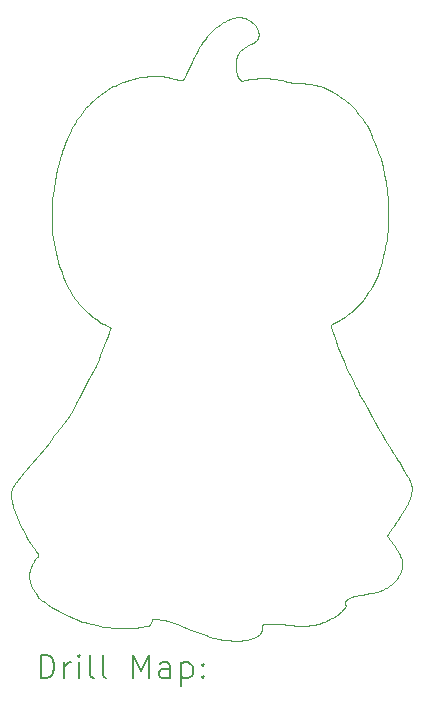
<source format=gbr>
%TF.GenerationSoftware,KiCad,Pcbnew,9.0.2*%
%TF.CreationDate,2025-10-05T19:09:34-07:00*%
%TF.ProjectId,PumpkinPCB,50756d70-6b69-46e5-9043-422e6b696361,rev?*%
%TF.SameCoordinates,Original*%
%TF.FileFunction,Drillmap*%
%TF.FilePolarity,Positive*%
%FSLAX45Y45*%
G04 Gerber Fmt 4.5, Leading zero omitted, Abs format (unit mm)*
G04 Created by KiCad (PCBNEW 9.0.2) date 2025-10-05 19:09:34*
%MOMM*%
%LPD*%
G01*
G04 APERTURE LIST*
%ADD10C,0.126999*%
%ADD11C,0.200000*%
G04 APERTURE END LIST*
D10*
X14603775Y-7254050D02*
X14615881Y-7254376D01*
X14621002Y-7254580D01*
X14625605Y-7254833D01*
X14629767Y-7255150D01*
X14633564Y-7255547D01*
X14637075Y-7256041D01*
X14640375Y-7256647D01*
X14643542Y-7257382D01*
X14646652Y-7258260D01*
X14649784Y-7259299D01*
X14653013Y-7260514D01*
X14656418Y-7261921D01*
X14660074Y-7263536D01*
X14668450Y-7267454D01*
X14678275Y-7272516D01*
X14687750Y-7278131D01*
X14696842Y-7284258D01*
X14705519Y-7290855D01*
X14713747Y-7297880D01*
X14721494Y-7305291D01*
X14728726Y-7313046D01*
X14735413Y-7321104D01*
X14741519Y-7329422D01*
X14747014Y-7337958D01*
X14751863Y-7346671D01*
X14756034Y-7355519D01*
X14759495Y-7364459D01*
X14762213Y-7373450D01*
X14764155Y-7382450D01*
X14764824Y-7386940D01*
X14765287Y-7391417D01*
X14765548Y-7394892D01*
X14765741Y-7398072D01*
X14765859Y-7400994D01*
X14765894Y-7403699D01*
X14765840Y-7406223D01*
X14765687Y-7408606D01*
X14765430Y-7410887D01*
X14765059Y-7413104D01*
X14764568Y-7415296D01*
X14763950Y-7417501D01*
X14763195Y-7419758D01*
X14762298Y-7422106D01*
X14761250Y-7424583D01*
X14760044Y-7427228D01*
X14758673Y-7430080D01*
X14757128Y-7433176D01*
X14754916Y-7437374D01*
X14752654Y-7441271D01*
X14750277Y-7444917D01*
X14747721Y-7448360D01*
X14744919Y-7451651D01*
X14741806Y-7454837D01*
X14738319Y-7457967D01*
X14734391Y-7461092D01*
X14729957Y-7464259D01*
X14724952Y-7467518D01*
X14719312Y-7470918D01*
X14712970Y-7474508D01*
X14705863Y-7478337D01*
X14697924Y-7482454D01*
X14679292Y-7491748D01*
X14669937Y-7496428D01*
X14661270Y-7500966D01*
X14653251Y-7505397D01*
X14645841Y-7509754D01*
X14639002Y-7514071D01*
X14632692Y-7518384D01*
X14626874Y-7522724D01*
X14621507Y-7527128D01*
X14616553Y-7531628D01*
X14611972Y-7536258D01*
X14607724Y-7541054D01*
X14603770Y-7546047D01*
X14600070Y-7551274D01*
X14596586Y-7556767D01*
X14593278Y-7562561D01*
X14590107Y-7568690D01*
X14586530Y-7576175D01*
X14584972Y-7579666D01*
X14583555Y-7583035D01*
X14582269Y-7586321D01*
X14581102Y-7589558D01*
X14580047Y-7592782D01*
X14579091Y-7596030D01*
X14578226Y-7599338D01*
X14577441Y-7602741D01*
X14576726Y-7606276D01*
X14576071Y-7609978D01*
X14574901Y-7618029D01*
X14573851Y-7627183D01*
X14573179Y-7634733D01*
X14572703Y-7642435D01*
X14572418Y-7650246D01*
X14572321Y-7658123D01*
X14572408Y-7666025D01*
X14572675Y-7673907D01*
X14573118Y-7681729D01*
X14573734Y-7689447D01*
X14574517Y-7697019D01*
X14575466Y-7704402D01*
X14576575Y-7711555D01*
X14577840Y-7718434D01*
X14579258Y-7724996D01*
X14580826Y-7731200D01*
X14582538Y-7737003D01*
X14584392Y-7742362D01*
X14586241Y-7747051D01*
X14588240Y-7751663D01*
X14590363Y-7756167D01*
X14592591Y-7760532D01*
X14594899Y-7764727D01*
X14597266Y-7768720D01*
X14599669Y-7772481D01*
X14602086Y-7775978D01*
X14604494Y-7779180D01*
X14606871Y-7782056D01*
X14608041Y-7783363D01*
X14609195Y-7784576D01*
X14610329Y-7785691D01*
X14611442Y-7786706D01*
X14612530Y-7787617D01*
X14613591Y-7788418D01*
X14614621Y-7789107D01*
X14615618Y-7789679D01*
X14616580Y-7790131D01*
X14617503Y-7790459D01*
X14618384Y-7790658D01*
X14619221Y-7790726D01*
X14621160Y-7790587D01*
X14624116Y-7790189D01*
X14627942Y-7789561D01*
X14632491Y-7788729D01*
X14643173Y-7786569D01*
X14654988Y-7783929D01*
X14670899Y-7780525D01*
X14687445Y-7777610D01*
X14704741Y-7775173D01*
X14722905Y-7773203D01*
X14742053Y-7771690D01*
X14762300Y-7770623D01*
X14783765Y-7769990D01*
X14806562Y-7769782D01*
X14829956Y-7770073D01*
X14852007Y-7770996D01*
X14873283Y-7772628D01*
X14894349Y-7775043D01*
X14915772Y-7778319D01*
X14938117Y-7782530D01*
X14961950Y-7787753D01*
X14987839Y-7794062D01*
X15004233Y-7798150D01*
X15018018Y-7801344D01*
X15030214Y-7803781D01*
X15036035Y-7804757D01*
X15041842Y-7805594D01*
X15053920Y-7806921D01*
X15067469Y-7807895D01*
X15083509Y-7808652D01*
X15103060Y-7809328D01*
X15126117Y-7810325D01*
X15148444Y-7811857D01*
X15170099Y-7813939D01*
X15191143Y-7816590D01*
X15211635Y-7819826D01*
X15231636Y-7823664D01*
X15251204Y-7828121D01*
X15270400Y-7833215D01*
X15289284Y-7838961D01*
X15307915Y-7845379D01*
X15326353Y-7852483D01*
X15344659Y-7860292D01*
X15362892Y-7868823D01*
X15381111Y-7878092D01*
X15399377Y-7888116D01*
X15417750Y-7898914D01*
X15437181Y-7911153D01*
X15456302Y-7924104D01*
X15475094Y-7937747D01*
X15493535Y-7952062D01*
X15511606Y-7967027D01*
X15529288Y-7982623D01*
X15546560Y-7998829D01*
X15563403Y-8015624D01*
X15579796Y-8032988D01*
X15595720Y-8050900D01*
X15611154Y-8069340D01*
X15626079Y-8088287D01*
X15640476Y-8107721D01*
X15654323Y-8127621D01*
X15667601Y-8147967D01*
X15680291Y-8168738D01*
X15689509Y-8184578D01*
X15697542Y-8198884D01*
X15704462Y-8211806D01*
X15710340Y-8223490D01*
X15712910Y-8228915D01*
X15715246Y-8234085D01*
X15717358Y-8239021D01*
X15719253Y-8243740D01*
X15720941Y-8248260D01*
X15722431Y-8252601D01*
X15723732Y-8256781D01*
X15724852Y-8260818D01*
X15726045Y-8264988D01*
X15727572Y-8269698D01*
X15729368Y-8274787D01*
X15731372Y-8280093D01*
X15733520Y-8285454D01*
X15735750Y-8290709D01*
X15737999Y-8295695D01*
X15740203Y-8300251D01*
X15750578Y-8321963D01*
X15760726Y-8345509D01*
X15770613Y-8370748D01*
X15780204Y-8397541D01*
X15798363Y-8455230D01*
X15814930Y-8517460D01*
X15829633Y-8583114D01*
X15842198Y-8651076D01*
X15852351Y-8720228D01*
X15859821Y-8789454D01*
X15861434Y-8815414D01*
X15862530Y-8848759D01*
X15863119Y-8886974D01*
X15863208Y-8927545D01*
X15862809Y-8967954D01*
X15861931Y-9005689D01*
X15860582Y-9038232D01*
X15858773Y-9063069D01*
X15855822Y-9089998D01*
X15852482Y-9115884D01*
X15848681Y-9141120D01*
X15844345Y-9166097D01*
X15839402Y-9191209D01*
X15833781Y-9216847D01*
X15827409Y-9243403D01*
X15820213Y-9271269D01*
X15817481Y-9281766D01*
X15814933Y-9291986D01*
X15812622Y-9301678D01*
X15810606Y-9310586D01*
X15808941Y-9318455D01*
X15807682Y-9325033D01*
X15806886Y-9330063D01*
X15806678Y-9331919D01*
X15806608Y-9333293D01*
X15805974Y-9339874D01*
X15804139Y-9348539D01*
X15801196Y-9359068D01*
X15797243Y-9371239D01*
X15786689Y-9399627D01*
X15773244Y-9431934D01*
X15757677Y-9466394D01*
X15740754Y-9501240D01*
X15723243Y-9534705D01*
X15705913Y-9565020D01*
X15695666Y-9581788D01*
X15686343Y-9596484D01*
X15677489Y-9609724D01*
X15668654Y-9622123D01*
X15659384Y-9634295D01*
X15649227Y-9646856D01*
X15637731Y-9660422D01*
X15624442Y-9675606D01*
X15613181Y-9687979D01*
X15601438Y-9700215D01*
X15589251Y-9712284D01*
X15576660Y-9724156D01*
X15563701Y-9735802D01*
X15550415Y-9747192D01*
X15536840Y-9758298D01*
X15523013Y-9769090D01*
X15508974Y-9779538D01*
X15494761Y-9789613D01*
X15480412Y-9799287D01*
X15465967Y-9808528D01*
X15451463Y-9817309D01*
X15436940Y-9825600D01*
X15422435Y-9833372D01*
X15407987Y-9840594D01*
X15403606Y-9842721D01*
X15399633Y-9844691D01*
X15396050Y-9846518D01*
X15392840Y-9848213D01*
X15389986Y-9849790D01*
X15387470Y-9851261D01*
X15386333Y-9851960D01*
X15385275Y-9852638D01*
X15384293Y-9853295D01*
X15383384Y-9853933D01*
X15382548Y-9854555D01*
X15381781Y-9855160D01*
X15381081Y-9855752D01*
X15380447Y-9856331D01*
X15379875Y-9856898D01*
X15379365Y-9857457D01*
X15378914Y-9858008D01*
X15378519Y-9858552D01*
X15378178Y-9859092D01*
X15377890Y-9859628D01*
X15377653Y-9860163D01*
X15377463Y-9860698D01*
X15377319Y-9861234D01*
X15377219Y-9861773D01*
X15377161Y-9862317D01*
X15377142Y-9862867D01*
X15377833Y-9866999D01*
X15379814Y-9874557D01*
X15387077Y-9898322D01*
X15410848Y-9969041D01*
X15439399Y-10048955D01*
X15452638Y-10084213D01*
X15463676Y-10111993D01*
X15486910Y-10167098D01*
X15496987Y-10190146D01*
X15507055Y-10212403D01*
X15517875Y-10235526D01*
X15530211Y-10261173D01*
X15562482Y-10326671D01*
X15584800Y-10371420D01*
X15604559Y-10410687D01*
X15619614Y-10440236D01*
X15627824Y-10455830D01*
X15647419Y-10491741D01*
X15680672Y-10553573D01*
X15706927Y-10602466D01*
X15726979Y-10639218D01*
X15747983Y-10676780D01*
X15777096Y-10728102D01*
X15806520Y-10778910D01*
X15838765Y-10833252D01*
X15866440Y-10878811D01*
X15876255Y-10894447D01*
X15882157Y-10903267D01*
X15883810Y-10905538D01*
X15885353Y-10907732D01*
X15886752Y-10909796D01*
X15887973Y-10911677D01*
X15888506Y-10912531D01*
X15888982Y-10913320D01*
X15889396Y-10914037D01*
X15889745Y-10914674D01*
X15890023Y-10915226D01*
X15890228Y-10915685D01*
X15890353Y-10916046D01*
X15890385Y-10916187D01*
X15890396Y-10916300D01*
X15890705Y-10917089D01*
X15891593Y-10918735D01*
X15894877Y-10924241D01*
X15905868Y-10941621D01*
X15919697Y-10962739D01*
X15932687Y-10981896D01*
X15934009Y-10983838D01*
X15935244Y-10985727D01*
X15936362Y-10987516D01*
X15937339Y-10989158D01*
X15937765Y-10989910D01*
X15938145Y-10990608D01*
X15938476Y-10991245D01*
X15938755Y-10991817D01*
X15938978Y-10992316D01*
X15939141Y-10992738D01*
X15939241Y-10993077D01*
X15939267Y-10993213D01*
X15939275Y-10993326D01*
X15939334Y-10993616D01*
X15939507Y-10994070D01*
X15940171Y-10995428D01*
X15941222Y-10997325D01*
X15942611Y-10999682D01*
X15944293Y-11002422D01*
X15946220Y-11005468D01*
X15948347Y-11008743D01*
X15950626Y-11012169D01*
X15960614Y-11027572D01*
X15972952Y-11047429D01*
X16000728Y-11093783D01*
X16014190Y-11116916D01*
X16026051Y-11137779D01*
X16035323Y-11154689D01*
X16041018Y-11165966D01*
X16045130Y-11175369D01*
X16048772Y-11184368D01*
X16051949Y-11193018D01*
X16054665Y-11201375D01*
X16056927Y-11209493D01*
X16058738Y-11217428D01*
X16060104Y-11225234D01*
X16061030Y-11232968D01*
X16061521Y-11240685D01*
X16061582Y-11248439D01*
X16061218Y-11256285D01*
X16060433Y-11264280D01*
X16059234Y-11272477D01*
X16057624Y-11280933D01*
X16055609Y-11289702D01*
X16053194Y-11298840D01*
X16046852Y-11319835D01*
X16043394Y-11330014D01*
X16039702Y-11340067D01*
X16035742Y-11350060D01*
X16031482Y-11360059D01*
X16026890Y-11370127D01*
X16021932Y-11380330D01*
X16016577Y-11390734D01*
X16010792Y-11401404D01*
X15997799Y-11423802D01*
X15982694Y-11448045D01*
X15965215Y-11474656D01*
X15952482Y-11493620D01*
X15943538Y-11506856D01*
X15936332Y-11517386D01*
X15928814Y-11528234D01*
X15909181Y-11556565D01*
X15893879Y-11579016D01*
X15888049Y-11587741D01*
X15883538Y-11594642D01*
X15880426Y-11599600D01*
X15879419Y-11601313D01*
X15878792Y-11602497D01*
X15878049Y-11603938D01*
X15876885Y-11606029D01*
X15873527Y-11611764D01*
X15869190Y-11618910D01*
X15864345Y-11626675D01*
X15852375Y-11645614D01*
X15867028Y-11662965D01*
X15872125Y-11669051D01*
X15876619Y-11674599D01*
X15880961Y-11680243D01*
X15885602Y-11686615D01*
X15890993Y-11694348D01*
X15897585Y-11704077D01*
X15916177Y-11732053D01*
X15929959Y-11752833D01*
X15939180Y-11766565D01*
X15942205Y-11771218D01*
X15945372Y-11776500D01*
X15948640Y-11782318D01*
X15951968Y-11788581D01*
X15958648Y-11802071D01*
X15965086Y-11816228D01*
X15970961Y-11830313D01*
X15975950Y-11843586D01*
X15978012Y-11849687D01*
X15979731Y-11855307D01*
X15981066Y-11860354D01*
X15981979Y-11864736D01*
X15983146Y-11873406D01*
X15983692Y-11882174D01*
X15983620Y-11891041D01*
X15982928Y-11900006D01*
X15981617Y-11909068D01*
X15979687Y-11918227D01*
X15977139Y-11927482D01*
X15973972Y-11936832D01*
X15970187Y-11946278D01*
X15965784Y-11955819D01*
X15960764Y-11965454D01*
X15955125Y-11975183D01*
X15948870Y-11985005D01*
X15941997Y-11994919D01*
X15934507Y-12004926D01*
X15926401Y-12015024D01*
X15918509Y-12024247D01*
X15910513Y-12032995D01*
X15902385Y-12041288D01*
X15894100Y-12049142D01*
X15885628Y-12056576D01*
X15876944Y-12063607D01*
X15868019Y-12070253D01*
X15858827Y-12076532D01*
X15849339Y-12082463D01*
X15839530Y-12088062D01*
X15829371Y-12093348D01*
X15818836Y-12098339D01*
X15807896Y-12103052D01*
X15796526Y-12107505D01*
X15784697Y-12111717D01*
X15772382Y-12115704D01*
X15766234Y-12117376D01*
X15757528Y-12119423D01*
X15734049Y-12124318D01*
X15705174Y-12129753D01*
X15674131Y-12135087D01*
X15643249Y-12140309D01*
X15614812Y-12145418D01*
X15591980Y-12149830D01*
X15583653Y-12151593D01*
X15577913Y-12152963D01*
X15572819Y-12154421D01*
X15567515Y-12156140D01*
X15562055Y-12158093D01*
X15556493Y-12160252D01*
X15550882Y-12162589D01*
X15545276Y-12165077D01*
X15539730Y-12167687D01*
X15534296Y-12170393D01*
X15529029Y-12173167D01*
X15523983Y-12175981D01*
X15519210Y-12178807D01*
X15514766Y-12181618D01*
X15510704Y-12184386D01*
X15507078Y-12187084D01*
X15503941Y-12189684D01*
X15501347Y-12192158D01*
X15498300Y-12195393D01*
X15497085Y-12196766D01*
X15496068Y-12198017D01*
X15495633Y-12198607D01*
X15495245Y-12199179D01*
X15494904Y-12199736D01*
X15494610Y-12200283D01*
X15494361Y-12200823D01*
X15494157Y-12201360D01*
X15493997Y-12201899D01*
X15493880Y-12202443D01*
X15493807Y-12202996D01*
X15493775Y-12203563D01*
X15493785Y-12204147D01*
X15493836Y-12204752D01*
X15493927Y-12205382D01*
X15494057Y-12206040D01*
X15494226Y-12206732D01*
X15494434Y-12207461D01*
X15494959Y-12209046D01*
X15495629Y-12210825D01*
X15497379Y-12215097D01*
X15497934Y-12216469D01*
X15498475Y-12217881D01*
X15499498Y-12220781D01*
X15500425Y-12223713D01*
X15501234Y-12226591D01*
X15501903Y-12229328D01*
X15502177Y-12230618D01*
X15502408Y-12231841D01*
X15502593Y-12232985D01*
X15502728Y-12234042D01*
X15502811Y-12234999D01*
X15502840Y-12235846D01*
X15502599Y-12238010D01*
X15501879Y-12240452D01*
X15500684Y-12243168D01*
X15499018Y-12246153D01*
X15496883Y-12249403D01*
X15494283Y-12252915D01*
X15491223Y-12256685D01*
X15487705Y-12260708D01*
X15483733Y-12264981D01*
X15479312Y-12269499D01*
X15474444Y-12274258D01*
X15469132Y-12279255D01*
X15463382Y-12284486D01*
X15457196Y-12289945D01*
X15443531Y-12301537D01*
X15432303Y-12310432D01*
X15420422Y-12319078D01*
X15407942Y-12327449D01*
X15394920Y-12335521D01*
X15381411Y-12343270D01*
X15367470Y-12350672D01*
X15353153Y-12357703D01*
X15338516Y-12364338D01*
X15323613Y-12370554D01*
X15308501Y-12376325D01*
X15293234Y-12381629D01*
X15277869Y-12386440D01*
X15262461Y-12390735D01*
X15247066Y-12394489D01*
X15231738Y-12397679D01*
X15216534Y-12400279D01*
X15200782Y-12402109D01*
X15181334Y-12403496D01*
X15159451Y-12404426D01*
X15136395Y-12404889D01*
X15113428Y-12404872D01*
X15091811Y-12404362D01*
X15072805Y-12403349D01*
X15057673Y-12401819D01*
X15030865Y-12398354D01*
X15001766Y-12395093D01*
X14971766Y-12392145D01*
X14942256Y-12389621D01*
X14914624Y-12387631D01*
X14890261Y-12386284D01*
X14870557Y-12385690D01*
X14856902Y-12385960D01*
X14846435Y-12386840D01*
X14836391Y-12387904D01*
X14827021Y-12389110D01*
X14822666Y-12389754D01*
X14818572Y-12390417D01*
X14814770Y-12391094D01*
X14811292Y-12391781D01*
X14808169Y-12392472D01*
X14805431Y-12393162D01*
X14803110Y-12393845D01*
X14801237Y-12394516D01*
X14799843Y-12395170D01*
X14799335Y-12395490D01*
X14798958Y-12395803D01*
X14798782Y-12396117D01*
X14798571Y-12396739D01*
X14798056Y-12398839D01*
X14797436Y-12401969D01*
X14796732Y-12405996D01*
X14795163Y-12416205D01*
X14793529Y-12428394D01*
X14792215Y-12438538D01*
X14791611Y-12442725D01*
X14791006Y-12446407D01*
X14790372Y-12449649D01*
X14790035Y-12451125D01*
X14789680Y-12452515D01*
X14789304Y-12453827D01*
X14788903Y-12455070D01*
X14788475Y-12456251D01*
X14788014Y-12457378D01*
X14787519Y-12458459D01*
X14786985Y-12459503D01*
X14786409Y-12460517D01*
X14785787Y-12461509D01*
X14785116Y-12462488D01*
X14784393Y-12463462D01*
X14783614Y-12464438D01*
X14782775Y-12465425D01*
X14780906Y-12467463D01*
X14778757Y-12469640D01*
X14776301Y-12472021D01*
X14773511Y-12474669D01*
X14768210Y-12479442D01*
X14762672Y-12483974D01*
X14756880Y-12488270D01*
X14750817Y-12492339D01*
X14744466Y-12496187D01*
X14737810Y-12499822D01*
X14730832Y-12503250D01*
X14723514Y-12506479D01*
X14715841Y-12509515D01*
X14707793Y-12512366D01*
X14699356Y-12515039D01*
X14690511Y-12517541D01*
X14681242Y-12519878D01*
X14671531Y-12522059D01*
X14661362Y-12524090D01*
X14650717Y-12525977D01*
X14640397Y-12527571D01*
X14630316Y-12528815D01*
X14620001Y-12529731D01*
X14608982Y-12530335D01*
X14596787Y-12530648D01*
X14582946Y-12530688D01*
X14566985Y-12530474D01*
X14548435Y-12530026D01*
X14515945Y-12528623D01*
X14500468Y-12527555D01*
X14485436Y-12526231D01*
X14470795Y-12524640D01*
X14456496Y-12522772D01*
X14442487Y-12520619D01*
X14428715Y-12518169D01*
X14415131Y-12515414D01*
X14401683Y-12512343D01*
X14388318Y-12508947D01*
X14374987Y-12505217D01*
X14361637Y-12501141D01*
X14348217Y-12496712D01*
X14334676Y-12491918D01*
X14320962Y-12486750D01*
X14196982Y-12437982D01*
X14095753Y-12397739D01*
X14085201Y-12393459D01*
X14073782Y-12389174D01*
X14048870Y-12380716D01*
X14022066Y-12372633D01*
X13994417Y-12365189D01*
X13966972Y-12358651D01*
X13940780Y-12353285D01*
X13916889Y-12349356D01*
X13906134Y-12348013D01*
X13896347Y-12347130D01*
X13866281Y-12345034D01*
X13858828Y-12367100D01*
X13857162Y-12371820D01*
X13855461Y-12376219D01*
X13853721Y-12380297D01*
X13851942Y-12384059D01*
X13850121Y-12387507D01*
X13849194Y-12389113D01*
X13848256Y-12390642D01*
X13847306Y-12392093D01*
X13846345Y-12393467D01*
X13845372Y-12394764D01*
X13844387Y-12395985D01*
X13843390Y-12397129D01*
X13842380Y-12398198D01*
X13841357Y-12399190D01*
X13840320Y-12400108D01*
X13839271Y-12400950D01*
X13838208Y-12401717D01*
X13837131Y-12402410D01*
X13836040Y-12403029D01*
X13834934Y-12403574D01*
X13833815Y-12404045D01*
X13832680Y-12404443D01*
X13831530Y-12404768D01*
X13830365Y-12405020D01*
X13829184Y-12405200D01*
X13827987Y-12405308D01*
X13826775Y-12405343D01*
X13824327Y-12405481D01*
X13820957Y-12405875D01*
X13816816Y-12406498D01*
X13812056Y-12407322D01*
X13806827Y-12408319D01*
X13801283Y-12409462D01*
X13795573Y-12410723D01*
X13789850Y-12412074D01*
X13771720Y-12416060D01*
X13752802Y-12419330D01*
X13732764Y-12421908D01*
X13711274Y-12423818D01*
X13688000Y-12425083D01*
X13662610Y-12425728D01*
X13634771Y-12425776D01*
X13604152Y-12425251D01*
X13573992Y-12424293D01*
X13546697Y-12422963D01*
X13521426Y-12421168D01*
X13497337Y-12418811D01*
X13473589Y-12415799D01*
X13449339Y-12412037D01*
X13423748Y-12407430D01*
X13395972Y-12401883D01*
X13352156Y-12392127D01*
X13311157Y-12381526D01*
X13291456Y-12375812D01*
X13272148Y-12369770D01*
X13253131Y-12363361D01*
X13234300Y-12356548D01*
X13215553Y-12349290D01*
X13196787Y-12341550D01*
X13177896Y-12333288D01*
X13158779Y-12324467D01*
X13119449Y-12304988D01*
X13077970Y-12282804D01*
X13061000Y-12273304D01*
X13044238Y-12263660D01*
X13027800Y-12253954D01*
X13011803Y-12244265D01*
X12996362Y-12234673D01*
X12981594Y-12225256D01*
X12967615Y-12216096D01*
X12954541Y-12207271D01*
X12942489Y-12198861D01*
X12931575Y-12190946D01*
X12921914Y-12183606D01*
X12913623Y-12176920D01*
X12906818Y-12170968D01*
X12901616Y-12165830D01*
X12899652Y-12163590D01*
X12898133Y-12161584D01*
X12897072Y-12159822D01*
X12896484Y-12158312D01*
X12896193Y-12157311D01*
X12895798Y-12156197D01*
X12895304Y-12154981D01*
X12894719Y-12153675D01*
X12894050Y-12152291D01*
X12893304Y-12150841D01*
X12891605Y-12147789D01*
X12889679Y-12144613D01*
X12887580Y-12141406D01*
X12885363Y-12138263D01*
X12884228Y-12136745D01*
X12883084Y-12135278D01*
X12877112Y-12127497D01*
X12871353Y-12119392D01*
X12865825Y-12111004D01*
X12860546Y-12102373D01*
X12855532Y-12093538D01*
X12850801Y-12084542D01*
X12846371Y-12075425D01*
X12842258Y-12066226D01*
X12838480Y-12056986D01*
X12835055Y-12047747D01*
X12831999Y-12038548D01*
X12829329Y-12029430D01*
X12827064Y-12020433D01*
X12825221Y-12011599D01*
X12823817Y-12002967D01*
X12822868Y-11994578D01*
X12822331Y-11984845D01*
X12822387Y-11974998D01*
X12823033Y-11965051D01*
X12824264Y-11955016D01*
X12826073Y-11944908D01*
X12828456Y-11934741D01*
X12831409Y-11924528D01*
X12834926Y-11914282D01*
X12839001Y-11904018D01*
X12843631Y-11893749D01*
X12848810Y-11883488D01*
X12854532Y-11873250D01*
X12860793Y-11863048D01*
X12867588Y-11852896D01*
X12874911Y-11842807D01*
X12882758Y-11832796D01*
X12890632Y-11823145D01*
X12893725Y-11819233D01*
X12896255Y-11815797D01*
X12897308Y-11814227D01*
X12898221Y-11812738D01*
X12898993Y-11811318D01*
X12899624Y-11809955D01*
X12900114Y-11808636D01*
X12900463Y-11807349D01*
X12900671Y-11806082D01*
X12900738Y-11804822D01*
X12900664Y-11803556D01*
X12900449Y-11802272D01*
X12900093Y-11800958D01*
X12899595Y-11799602D01*
X12898956Y-11798190D01*
X12898176Y-11796710D01*
X12897255Y-11795150D01*
X12896192Y-11793498D01*
X12893642Y-11789866D01*
X12890527Y-11785715D01*
X12882598Y-11775455D01*
X12880392Y-11772565D01*
X12878197Y-11769629D01*
X12876069Y-11766729D01*
X12874067Y-11763946D01*
X12872250Y-11761362D01*
X12870674Y-11759060D01*
X12869397Y-11757121D01*
X12868479Y-11755627D01*
X12865025Y-11750158D01*
X12858204Y-11739746D01*
X12838402Y-11710066D01*
X12817298Y-11677160D01*
X12796534Y-11641736D01*
X12776289Y-11604169D01*
X12756744Y-11564834D01*
X12738075Y-11524105D01*
X12720463Y-11482359D01*
X12704087Y-11439970D01*
X12689126Y-11397313D01*
X12684279Y-11382344D01*
X12680052Y-11368385D01*
X12676443Y-11355351D01*
X12673450Y-11343156D01*
X12671070Y-11331715D01*
X12669300Y-11320943D01*
X12668140Y-11310754D01*
X12667586Y-11301064D01*
X12667636Y-11291788D01*
X12668288Y-11282839D01*
X12669539Y-11274133D01*
X12671388Y-11265584D01*
X12673832Y-11257108D01*
X12676869Y-11248619D01*
X12680497Y-11240031D01*
X12684712Y-11231260D01*
X12688107Y-11224880D01*
X12691989Y-11218127D01*
X12696222Y-11211206D01*
X12700670Y-11204322D01*
X12705197Y-11197680D01*
X12709667Y-11191485D01*
X12713944Y-11185941D01*
X12715968Y-11183478D01*
X12717892Y-11181254D01*
X12721660Y-11176972D01*
X12725419Y-11172593D01*
X12729070Y-11168239D01*
X12732514Y-11164033D01*
X12735650Y-11160100D01*
X12738378Y-11156563D01*
X12740600Y-11153546D01*
X12742215Y-11151171D01*
X12744295Y-11148229D01*
X12747853Y-11143598D01*
X12758623Y-11130214D01*
X12772980Y-11112909D01*
X12789375Y-11093576D01*
X12837362Y-11036770D01*
X12898328Y-10963693D01*
X12954386Y-10895875D01*
X12987652Y-10854848D01*
X13007961Y-10829246D01*
X13036533Y-10793714D01*
X13058214Y-10766729D01*
X13077375Y-10742455D01*
X13094389Y-10720380D01*
X13109633Y-10699993D01*
X13123482Y-10680785D01*
X13136311Y-10662244D01*
X13148495Y-10643859D01*
X13160409Y-10625121D01*
X13190193Y-10575789D01*
X13222690Y-10519157D01*
X13256753Y-10457414D01*
X13291232Y-10392749D01*
X13324980Y-10327350D01*
X13356849Y-10263408D01*
X13385689Y-10203111D01*
X13410355Y-10148649D01*
X13425258Y-10113651D01*
X13441781Y-10073418D01*
X13458810Y-10030831D01*
X13475234Y-9988772D01*
X13489944Y-9950120D01*
X13501826Y-9917758D01*
X13509771Y-9894566D01*
X13511919Y-9887309D01*
X13512666Y-9883425D01*
X13512462Y-9882950D01*
X13511864Y-9882293D01*
X13510892Y-9881468D01*
X13509567Y-9880484D01*
X13505934Y-9878092D01*
X13501128Y-9875210D01*
X13495309Y-9871932D01*
X13488639Y-9868352D01*
X13481277Y-9864563D01*
X13473386Y-9860660D01*
X13459179Y-9853505D01*
X13444996Y-9845846D01*
X13430856Y-9837699D01*
X13416778Y-9829078D01*
X13402779Y-9819998D01*
X13388878Y-9810473D01*
X13375095Y-9800517D01*
X13361446Y-9790146D01*
X13347951Y-9779372D01*
X13334629Y-9768212D01*
X13321497Y-9756678D01*
X13308574Y-9744787D01*
X13295878Y-9732551D01*
X13283429Y-9719986D01*
X13271244Y-9707106D01*
X13259342Y-9693925D01*
X13246493Y-9678433D01*
X13231091Y-9658420D01*
X13214265Y-9635510D01*
X13197142Y-9611324D01*
X13180852Y-9587485D01*
X13166522Y-9565615D01*
X13155281Y-9547336D01*
X13151172Y-9540050D01*
X13148258Y-9534270D01*
X13145113Y-9527538D01*
X13141260Y-9519515D01*
X13137188Y-9511205D01*
X13133385Y-9503616D01*
X13129600Y-9495482D01*
X13124771Y-9483975D01*
X13112350Y-9451836D01*
X13096866Y-9409189D01*
X13079064Y-9358026D01*
X13067949Y-9323066D01*
X13057563Y-9285519D01*
X13048013Y-9245943D01*
X13039409Y-9204894D01*
X13031857Y-9162931D01*
X13025468Y-9120610D01*
X13020350Y-9078491D01*
X13016610Y-9037129D01*
X13015032Y-9007540D01*
X13014163Y-8972639D01*
X13013965Y-8934287D01*
X13014406Y-8894345D01*
X13015451Y-8854673D01*
X13017064Y-8817132D01*
X13019210Y-8783584D01*
X13021855Y-8755887D01*
X13029489Y-8698420D01*
X13038487Y-8641955D01*
X13048676Y-8587245D01*
X13059884Y-8535045D01*
X13071935Y-8486108D01*
X13084659Y-8441187D01*
X13091218Y-8420468D01*
X13097880Y-8401036D01*
X13104624Y-8382985D01*
X13111427Y-8366408D01*
X13113465Y-8361481D01*
X13115458Y-8356275D01*
X13117355Y-8350948D01*
X13119106Y-8345658D01*
X13120661Y-8340562D01*
X13121970Y-8335817D01*
X13122982Y-8331581D01*
X13123361Y-8329703D01*
X13123647Y-8328012D01*
X13124612Y-8324004D01*
X13126532Y-8318205D01*
X13132862Y-8302048D01*
X13141881Y-8281165D01*
X13152829Y-8257178D01*
X13164952Y-8231711D01*
X13177490Y-8206388D01*
X13189687Y-8182833D01*
X13200785Y-8162667D01*
X13207807Y-8150753D01*
X13215338Y-8138562D01*
X13223330Y-8126156D01*
X13231732Y-8113600D01*
X13249570Y-8088292D01*
X13268458Y-8063150D01*
X13287999Y-8038684D01*
X13307797Y-8015406D01*
X13317668Y-8004371D01*
X13327456Y-7993826D01*
X13337110Y-7983832D01*
X13346581Y-7974455D01*
X13359569Y-7962205D01*
X13372988Y-7950127D01*
X13386787Y-7938256D01*
X13400914Y-7926628D01*
X13415318Y-7915276D01*
X13429947Y-7904236D01*
X13444749Y-7893543D01*
X13459673Y-7883231D01*
X13474667Y-7873335D01*
X13489680Y-7863890D01*
X13504659Y-7854931D01*
X13519555Y-7846494D01*
X13534314Y-7838611D01*
X13548886Y-7831319D01*
X13563218Y-7824653D01*
X13577260Y-7818646D01*
X13615755Y-7803344D01*
X13650192Y-7790640D01*
X13666262Y-7785167D01*
X13681766Y-7780228D01*
X13696854Y-7775787D01*
X13711674Y-7771804D01*
X13726377Y-7768241D01*
X13741111Y-7765060D01*
X13756027Y-7762223D01*
X13771274Y-7759692D01*
X13787001Y-7757428D01*
X13803358Y-7755393D01*
X13838559Y-7751857D01*
X13868709Y-7749868D01*
X13883301Y-7749437D01*
X13897708Y-7749399D01*
X13912033Y-7749768D01*
X13926377Y-7750556D01*
X13940843Y-7751776D01*
X13955534Y-7753441D01*
X13970552Y-7755566D01*
X13985999Y-7758162D01*
X14001979Y-7761242D01*
X14018592Y-7764820D01*
X14054132Y-7773522D01*
X14093438Y-7784372D01*
X14095270Y-7784867D01*
X14097066Y-7785284D01*
X14098827Y-7785621D01*
X14100555Y-7785878D01*
X14102250Y-7786054D01*
X14103916Y-7786148D01*
X14105552Y-7786159D01*
X14107162Y-7786086D01*
X14108745Y-7785929D01*
X14110304Y-7785686D01*
X14111840Y-7785358D01*
X14113355Y-7784942D01*
X14114850Y-7784438D01*
X14116326Y-7783846D01*
X14117786Y-7783164D01*
X14119230Y-7782391D01*
X14120660Y-7781527D01*
X14122077Y-7780572D01*
X14123484Y-7779523D01*
X14124881Y-7778380D01*
X14126270Y-7777143D01*
X14127653Y-7775810D01*
X14129030Y-7774380D01*
X14130404Y-7772854D01*
X14133148Y-7769506D01*
X14135895Y-7765759D01*
X14138658Y-7761606D01*
X14141449Y-7757040D01*
X14145836Y-7749424D01*
X14150183Y-7741418D01*
X14154971Y-7732007D01*
X14160679Y-7720179D01*
X14176777Y-7685214D01*
X14202314Y-7628412D01*
X14212160Y-7606925D01*
X14222210Y-7585976D01*
X14232445Y-7565592D01*
X14242846Y-7545803D01*
X14253395Y-7526635D01*
X14264074Y-7508117D01*
X14274864Y-7490278D01*
X14285748Y-7473145D01*
X14296706Y-7456747D01*
X14307721Y-7441111D01*
X14318773Y-7426267D01*
X14329846Y-7412241D01*
X14340920Y-7399064D01*
X14351978Y-7386761D01*
X14363000Y-7375362D01*
X14373969Y-7364896D01*
X14383786Y-7356138D01*
X14393822Y-7347600D01*
X14404049Y-7339299D01*
X14414437Y-7331255D01*
X14424956Y-7323485D01*
X14435577Y-7316007D01*
X14446270Y-7308840D01*
X14457007Y-7302002D01*
X14467757Y-7295511D01*
X14478492Y-7289386D01*
X14489181Y-7283645D01*
X14499797Y-7278306D01*
X14510308Y-7273387D01*
X14520687Y-7268907D01*
X14530902Y-7264883D01*
X14540926Y-7261335D01*
X14548221Y-7259016D01*
X14551609Y-7258044D01*
X14554889Y-7257190D01*
X14558112Y-7256448D01*
X14561325Y-7255813D01*
X14564579Y-7255278D01*
X14567921Y-7254838D01*
X14571402Y-7254487D01*
X14575071Y-7254220D01*
X14583168Y-7253913D01*
X14592605Y-7253871D01*
X14603775Y-7254050D01*
D11*
X12922013Y-12848522D02*
X12922013Y-12648522D01*
X12922013Y-12648522D02*
X12969632Y-12648522D01*
X12969632Y-12648522D02*
X12998203Y-12658045D01*
X12998203Y-12658045D02*
X13017251Y-12677093D01*
X13017251Y-12677093D02*
X13026774Y-12696141D01*
X13026774Y-12696141D02*
X13036298Y-12734236D01*
X13036298Y-12734236D02*
X13036298Y-12762807D01*
X13036298Y-12762807D02*
X13026774Y-12800902D01*
X13026774Y-12800902D02*
X13017251Y-12819950D01*
X13017251Y-12819950D02*
X12998203Y-12838998D01*
X12998203Y-12838998D02*
X12969632Y-12848522D01*
X12969632Y-12848522D02*
X12922013Y-12848522D01*
X13122013Y-12848522D02*
X13122013Y-12715188D01*
X13122013Y-12753283D02*
X13131536Y-12734236D01*
X13131536Y-12734236D02*
X13141060Y-12724712D01*
X13141060Y-12724712D02*
X13160108Y-12715188D01*
X13160108Y-12715188D02*
X13179155Y-12715188D01*
X13245822Y-12848522D02*
X13245822Y-12715188D01*
X13245822Y-12648522D02*
X13236298Y-12658045D01*
X13236298Y-12658045D02*
X13245822Y-12667569D01*
X13245822Y-12667569D02*
X13255346Y-12658045D01*
X13255346Y-12658045D02*
X13245822Y-12648522D01*
X13245822Y-12648522D02*
X13245822Y-12667569D01*
X13369632Y-12848522D02*
X13350584Y-12838998D01*
X13350584Y-12838998D02*
X13341060Y-12819950D01*
X13341060Y-12819950D02*
X13341060Y-12648522D01*
X13474393Y-12848522D02*
X13455346Y-12838998D01*
X13455346Y-12838998D02*
X13445822Y-12819950D01*
X13445822Y-12819950D02*
X13445822Y-12648522D01*
X13702965Y-12848522D02*
X13702965Y-12648522D01*
X13702965Y-12648522D02*
X13769632Y-12791379D01*
X13769632Y-12791379D02*
X13836298Y-12648522D01*
X13836298Y-12648522D02*
X13836298Y-12848522D01*
X14017251Y-12848522D02*
X14017251Y-12743760D01*
X14017251Y-12743760D02*
X14007727Y-12724712D01*
X14007727Y-12724712D02*
X13988679Y-12715188D01*
X13988679Y-12715188D02*
X13950584Y-12715188D01*
X13950584Y-12715188D02*
X13931536Y-12724712D01*
X14017251Y-12838998D02*
X13998203Y-12848522D01*
X13998203Y-12848522D02*
X13950584Y-12848522D01*
X13950584Y-12848522D02*
X13931536Y-12838998D01*
X13931536Y-12838998D02*
X13922013Y-12819950D01*
X13922013Y-12819950D02*
X13922013Y-12800902D01*
X13922013Y-12800902D02*
X13931536Y-12781855D01*
X13931536Y-12781855D02*
X13950584Y-12772331D01*
X13950584Y-12772331D02*
X13998203Y-12772331D01*
X13998203Y-12772331D02*
X14017251Y-12762807D01*
X14112489Y-12715188D02*
X14112489Y-12915188D01*
X14112489Y-12724712D02*
X14131536Y-12715188D01*
X14131536Y-12715188D02*
X14169632Y-12715188D01*
X14169632Y-12715188D02*
X14188679Y-12724712D01*
X14188679Y-12724712D02*
X14198203Y-12734236D01*
X14198203Y-12734236D02*
X14207727Y-12753283D01*
X14207727Y-12753283D02*
X14207727Y-12810426D01*
X14207727Y-12810426D02*
X14198203Y-12829474D01*
X14198203Y-12829474D02*
X14188679Y-12838998D01*
X14188679Y-12838998D02*
X14169632Y-12848522D01*
X14169632Y-12848522D02*
X14131536Y-12848522D01*
X14131536Y-12848522D02*
X14112489Y-12838998D01*
X14293441Y-12829474D02*
X14302965Y-12838998D01*
X14302965Y-12838998D02*
X14293441Y-12848522D01*
X14293441Y-12848522D02*
X14283917Y-12838998D01*
X14283917Y-12838998D02*
X14293441Y-12829474D01*
X14293441Y-12829474D02*
X14293441Y-12848522D01*
X14293441Y-12724712D02*
X14302965Y-12734236D01*
X14302965Y-12734236D02*
X14293441Y-12743760D01*
X14293441Y-12743760D02*
X14283917Y-12734236D01*
X14283917Y-12734236D02*
X14293441Y-12724712D01*
X14293441Y-12724712D02*
X14293441Y-12743760D01*
M02*

</source>
